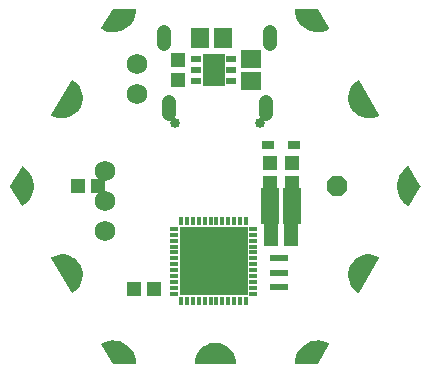
<source format=gbr>
G04 EAGLE Gerber RS-274X export*
G75*
%MOMM*%
%FSLAX34Y34*%
%LPD*%
%INSoldermask Bottom*%
%IPPOS*%
%AMOC8*
5,1,8,0,0,1.08239X$1,22.5*%
G01*
%ADD10R,1.503200X1.703200*%
%ADD11R,1.303200X1.203200*%
%ADD12P,1.869504X8X22.500000*%
%ADD13C,1.727200*%
%ADD14R,1.203200X1.303200*%
%ADD15R,0.753200X0.457200*%
%ADD16R,0.457200X0.753200*%
%ADD17R,5.803200X5.803200*%
%ADD18R,1.603197X0.603200*%
%ADD19R,1.003200X0.703200*%
%ADD20C,0.853200*%
%ADD21C,1.211200*%
%ADD22R,1.703200X1.503200*%
%ADD23R,0.903200X0.603200*%
%ADD24R,1.953200X2.703200*%
%ADD25C,1.733200*%
%ADD26C,1.203200*%

G36*
X17029Y319D02*
X17029Y319D01*
X17058Y317D01*
X17125Y339D01*
X17195Y353D01*
X17219Y369D01*
X17247Y378D01*
X17300Y425D01*
X17359Y465D01*
X17375Y490D01*
X17397Y509D01*
X17428Y573D01*
X17466Y633D01*
X17471Y662D01*
X17483Y688D01*
X17492Y787D01*
X17499Y829D01*
X17496Y840D01*
X17498Y854D01*
X17266Y3652D01*
X17256Y3685D01*
X17252Y3733D01*
X16563Y6455D01*
X16548Y6486D01*
X16536Y6533D01*
X15408Y9104D01*
X15388Y9132D01*
X15369Y9177D01*
X13833Y11527D01*
X13809Y11552D01*
X13783Y11592D01*
X11881Y13658D01*
X11853Y13678D01*
X11820Y13714D01*
X9605Y15438D01*
X9574Y15454D01*
X9536Y15483D01*
X7066Y16820D01*
X7033Y16830D01*
X6991Y16853D01*
X5805Y17260D01*
X4351Y17759D01*
X4335Y17765D01*
X4301Y17769D01*
X4255Y17785D01*
X1486Y18247D01*
X1451Y18246D01*
X1404Y18254D01*
X-1404Y18254D01*
X-1438Y18247D01*
X-1486Y18247D01*
X-4255Y17785D01*
X-4288Y17772D01*
X-4335Y17765D01*
X-6991Y16853D01*
X-7021Y16835D01*
X-7066Y16820D01*
X-9536Y15483D01*
X-9562Y15461D01*
X-9605Y15438D01*
X-11820Y13714D01*
X-11843Y13687D01*
X-11881Y13658D01*
X-13783Y11592D01*
X-13801Y11563D01*
X-13833Y11527D01*
X-15369Y9177D01*
X-15382Y9144D01*
X-15408Y9104D01*
X-16536Y6533D01*
X-16543Y6499D01*
X-16546Y6493D01*
X-16552Y6484D01*
X-16553Y6478D01*
X-16563Y6455D01*
X-17252Y3733D01*
X-17254Y3698D01*
X-17266Y3652D01*
X-17498Y854D01*
X-17494Y825D01*
X-17499Y796D01*
X-17483Y727D01*
X-17474Y656D01*
X-17460Y631D01*
X-17453Y603D01*
X-17411Y545D01*
X-17376Y484D01*
X-17352Y466D01*
X-17335Y442D01*
X-17274Y406D01*
X-17217Y363D01*
X-17189Y356D01*
X-17164Y341D01*
X-17066Y324D01*
X-17025Y314D01*
X-17014Y316D01*
X-17000Y313D01*
X17000Y313D01*
X17029Y319D01*
G37*
G36*
X-121393Y60622D02*
X-121393Y60622D01*
X-121322Y60619D01*
X-121295Y60630D01*
X-121266Y60632D01*
X-121176Y60674D01*
X-121136Y60689D01*
X-121128Y60697D01*
X-121115Y60702D01*
X-118812Y62302D01*
X-118788Y62327D01*
X-118748Y62354D01*
X-116739Y64311D01*
X-116720Y64340D01*
X-116685Y64374D01*
X-115026Y66634D01*
X-115011Y66666D01*
X-114982Y66705D01*
X-113718Y69208D01*
X-113709Y69241D01*
X-113687Y69284D01*
X-112851Y71961D01*
X-112848Y71996D01*
X-112833Y72042D01*
X-112450Y74820D01*
X-112452Y74855D01*
X-112446Y74902D01*
X-112525Y77706D01*
X-112533Y77740D01*
X-112534Y77788D01*
X-113073Y80540D01*
X-113087Y80572D01*
X-113096Y80619D01*
X-114081Y83245D01*
X-114096Y83270D01*
X-114101Y83289D01*
X-114109Y83300D01*
X-114116Y83319D01*
X-115520Y85747D01*
X-115543Y85773D01*
X-115567Y85815D01*
X-117351Y87979D01*
X-117378Y88000D01*
X-117409Y88038D01*
X-119525Y89878D01*
X-119555Y89895D01*
X-119591Y89927D01*
X-121982Y91394D01*
X-122014Y91406D01*
X-122055Y91431D01*
X-124654Y92485D01*
X-124688Y92491D01*
X-124733Y92509D01*
X-127470Y93121D01*
X-127505Y93122D01*
X-127552Y93132D01*
X-130352Y93285D01*
X-130386Y93280D01*
X-130434Y93283D01*
X-133222Y92972D01*
X-133255Y92962D01*
X-133303Y92956D01*
X-136001Y92191D01*
X-136031Y92176D01*
X-136078Y92162D01*
X-138613Y90964D01*
X-138637Y90946D01*
X-138664Y90936D01*
X-138716Y90887D01*
X-138773Y90845D01*
X-138787Y90820D01*
X-138809Y90800D01*
X-138837Y90734D01*
X-138873Y90673D01*
X-138876Y90644D01*
X-138888Y90617D01*
X-138889Y90546D01*
X-138898Y90476D01*
X-138890Y90448D01*
X-138890Y90418D01*
X-138856Y90326D01*
X-138844Y90284D01*
X-138837Y90276D01*
X-138832Y90263D01*
X-121832Y60863D01*
X-121813Y60841D01*
X-121800Y60814D01*
X-121747Y60767D01*
X-121700Y60714D01*
X-121674Y60701D01*
X-121652Y60682D01*
X-121585Y60659D01*
X-121521Y60628D01*
X-121492Y60627D01*
X-121464Y60617D01*
X-121393Y60622D01*
G37*
G36*
X130386Y208345D02*
X130386Y208345D01*
X130434Y208343D01*
X133222Y208653D01*
X133255Y208663D01*
X133303Y208669D01*
X136001Y209434D01*
X136031Y209450D01*
X136078Y209463D01*
X138613Y210661D01*
X138637Y210679D01*
X138664Y210689D01*
X138716Y210738D01*
X138773Y210780D01*
X138787Y210805D01*
X138809Y210825D01*
X138837Y210891D01*
X138873Y210952D01*
X138876Y210981D01*
X138888Y211008D01*
X138889Y211079D01*
X138898Y211149D01*
X138890Y211177D01*
X138890Y211207D01*
X138856Y211299D01*
X138844Y211341D01*
X138837Y211350D01*
X138832Y211362D01*
X121832Y240762D01*
X121813Y240784D01*
X121800Y240811D01*
X121747Y240858D01*
X121700Y240911D01*
X121674Y240924D01*
X121652Y240943D01*
X121585Y240966D01*
X121521Y240997D01*
X121492Y240998D01*
X121464Y241008D01*
X121393Y241003D01*
X121322Y241006D01*
X121295Y240995D01*
X121266Y240993D01*
X121176Y240951D01*
X121136Y240936D01*
X121128Y240929D01*
X121115Y240923D01*
X118812Y239323D01*
X118788Y239298D01*
X118748Y239271D01*
X116739Y237314D01*
X116720Y237285D01*
X116685Y237251D01*
X115026Y234991D01*
X115011Y234959D01*
X114982Y234920D01*
X113718Y232417D01*
X113709Y232384D01*
X113687Y232341D01*
X112851Y229664D01*
X112848Y229629D01*
X112833Y229583D01*
X112450Y226805D01*
X112452Y226770D01*
X112446Y226723D01*
X112525Y223919D01*
X112533Y223885D01*
X112534Y223837D01*
X113073Y221085D01*
X113087Y221053D01*
X113096Y221006D01*
X114081Y218380D01*
X114099Y218351D01*
X114116Y218306D01*
X115520Y215878D01*
X115543Y215852D01*
X115567Y215810D01*
X117351Y213646D01*
X117378Y213625D01*
X117409Y213587D01*
X119525Y211747D01*
X119555Y211730D01*
X119591Y211698D01*
X121982Y210231D01*
X122014Y210219D01*
X122055Y210194D01*
X124654Y209140D01*
X124688Y209134D01*
X124733Y209116D01*
X127470Y208504D01*
X127505Y208503D01*
X127552Y208493D01*
X130352Y208340D01*
X130386Y208345D01*
G37*
G36*
X121426Y60623D02*
X121426Y60623D01*
X121497Y60623D01*
X121524Y60634D01*
X121553Y60637D01*
X121615Y60672D01*
X121680Y60699D01*
X121701Y60720D01*
X121726Y60734D01*
X121789Y60811D01*
X121819Y60841D01*
X121823Y60852D01*
X121832Y60863D01*
X138832Y90263D01*
X138841Y90290D01*
X138858Y90314D01*
X138873Y90384D01*
X138895Y90451D01*
X138893Y90480D01*
X138899Y90509D01*
X138886Y90579D01*
X138880Y90649D01*
X138867Y90675D01*
X138861Y90704D01*
X138821Y90763D01*
X138789Y90826D01*
X138766Y90845D01*
X138750Y90869D01*
X138668Y90926D01*
X138635Y90953D01*
X138625Y90956D01*
X138613Y90964D01*
X136078Y92162D01*
X136044Y92171D01*
X136001Y92191D01*
X133303Y92956D01*
X133268Y92959D01*
X133222Y92972D01*
X130434Y93283D01*
X130400Y93279D01*
X130352Y93285D01*
X127552Y93132D01*
X127518Y93123D01*
X127470Y93121D01*
X124733Y92509D01*
X124701Y92495D01*
X124654Y92485D01*
X122055Y91431D01*
X122026Y91412D01*
X121982Y91394D01*
X119591Y89927D01*
X119566Y89903D01*
X119525Y89878D01*
X117409Y88038D01*
X117388Y88010D01*
X117351Y87979D01*
X115567Y85815D01*
X115551Y85784D01*
X115520Y85747D01*
X114116Y83319D01*
X114105Y83287D01*
X114098Y83274D01*
X114088Y83259D01*
X114088Y83257D01*
X114081Y83245D01*
X113096Y80619D01*
X113090Y80585D01*
X113073Y80540D01*
X112534Y77788D01*
X112534Y77753D01*
X112525Y77706D01*
X112446Y74902D01*
X112452Y74868D01*
X112450Y74820D01*
X112833Y72042D01*
X112845Y72009D01*
X112851Y71961D01*
X113687Y69284D01*
X113704Y69254D01*
X113718Y69208D01*
X114982Y66705D01*
X115004Y66677D01*
X115026Y66634D01*
X116685Y64374D01*
X116711Y64350D01*
X116739Y64311D01*
X118748Y62354D01*
X118777Y62336D01*
X118812Y62302D01*
X121115Y60702D01*
X121142Y60691D01*
X121165Y60672D01*
X121233Y60652D01*
X121298Y60624D01*
X121327Y60624D01*
X121355Y60615D01*
X121426Y60623D01*
G37*
G36*
X-127552Y208493D02*
X-127552Y208493D01*
X-127518Y208502D01*
X-127470Y208504D01*
X-124733Y209116D01*
X-124701Y209130D01*
X-124654Y209140D01*
X-122055Y210194D01*
X-122026Y210213D01*
X-121982Y210231D01*
X-119591Y211698D01*
X-119566Y211722D01*
X-119525Y211747D01*
X-117409Y213587D01*
X-117388Y213615D01*
X-117351Y213646D01*
X-115567Y215810D01*
X-115551Y215841D01*
X-115520Y215878D01*
X-114116Y218306D01*
X-114105Y218338D01*
X-114081Y218380D01*
X-113096Y221006D01*
X-113090Y221040D01*
X-113073Y221085D01*
X-112534Y223837D01*
X-112534Y223872D01*
X-112525Y223919D01*
X-112446Y226723D01*
X-112452Y226757D01*
X-112450Y226805D01*
X-112833Y229583D01*
X-112845Y229616D01*
X-112851Y229664D01*
X-113687Y232341D01*
X-113704Y232371D01*
X-113718Y232417D01*
X-114982Y234920D01*
X-115004Y234948D01*
X-115026Y234991D01*
X-116685Y237251D01*
X-116711Y237275D01*
X-116739Y237314D01*
X-118748Y239271D01*
X-118777Y239289D01*
X-118812Y239323D01*
X-121115Y240923D01*
X-121142Y240934D01*
X-121165Y240953D01*
X-121233Y240973D01*
X-121298Y241001D01*
X-121327Y241001D01*
X-121355Y241010D01*
X-121426Y241002D01*
X-121497Y241002D01*
X-121524Y240991D01*
X-121553Y240988D01*
X-121615Y240953D01*
X-121680Y240926D01*
X-121701Y240905D01*
X-121726Y240891D01*
X-121789Y240814D01*
X-121819Y240784D01*
X-121823Y240773D01*
X-121832Y240762D01*
X-138832Y211362D01*
X-138841Y211335D01*
X-138858Y211311D01*
X-138873Y211241D01*
X-138895Y211174D01*
X-138893Y211145D01*
X-138899Y211116D01*
X-138886Y211046D01*
X-138880Y210976D01*
X-138867Y210950D01*
X-138861Y210921D01*
X-138821Y210862D01*
X-138789Y210799D01*
X-138766Y210780D01*
X-138750Y210756D01*
X-138668Y210699D01*
X-138635Y210672D01*
X-138625Y210669D01*
X-138613Y210661D01*
X-136078Y209463D01*
X-136044Y209454D01*
X-136001Y209434D01*
X-133303Y208669D01*
X-133268Y208666D01*
X-133222Y208653D01*
X-130434Y208343D01*
X-130400Y208346D01*
X-130352Y208340D01*
X-127552Y208493D01*
G37*
G36*
X163727Y133823D02*
X163727Y133823D01*
X163798Y133823D01*
X163825Y133834D01*
X163854Y133837D01*
X163916Y133873D01*
X163981Y133900D01*
X164002Y133921D01*
X164027Y133935D01*
X164090Y134012D01*
X164120Y134043D01*
X164124Y134053D01*
X164133Y134063D01*
X173633Y150563D01*
X173643Y150595D01*
X173652Y150608D01*
X173656Y150633D01*
X173657Y150636D01*
X173688Y150707D01*
X173688Y150730D01*
X173696Y150752D01*
X173690Y150829D01*
X173691Y150906D01*
X173681Y150930D01*
X173680Y150950D01*
X173659Y150990D01*
X173633Y151062D01*
X164133Y167562D01*
X164114Y167583D01*
X164101Y167610D01*
X164048Y167657D01*
X164001Y167711D01*
X163975Y167723D01*
X163954Y167743D01*
X163886Y167766D01*
X163822Y167797D01*
X163793Y167798D01*
X163766Y167807D01*
X163694Y167803D01*
X163623Y167806D01*
X163596Y167796D01*
X163567Y167794D01*
X163477Y167751D01*
X163437Y167737D01*
X163429Y167729D01*
X163416Y167723D01*
X160893Y165982D01*
X160869Y165957D01*
X160831Y165931D01*
X158619Y163807D01*
X158600Y163779D01*
X158566Y163747D01*
X156724Y161295D01*
X156710Y161265D01*
X156681Y161227D01*
X155256Y158512D01*
X155247Y158481D01*
X155231Y158456D01*
X155230Y158448D01*
X155225Y158439D01*
X154254Y155530D01*
X154250Y155496D01*
X154235Y155452D01*
X153743Y152426D01*
X153744Y152392D01*
X153736Y152346D01*
X153736Y149279D01*
X153737Y149276D01*
X153737Y149273D01*
X153743Y149247D01*
X153743Y149246D01*
X153743Y149199D01*
X154235Y146173D01*
X154247Y146141D01*
X154254Y146095D01*
X155225Y143186D01*
X155242Y143157D01*
X155256Y143113D01*
X156681Y140398D01*
X156703Y140371D01*
X156724Y140330D01*
X158566Y137878D01*
X158591Y137856D01*
X158619Y137818D01*
X160831Y135694D01*
X160859Y135676D01*
X160893Y135643D01*
X163416Y133902D01*
X163443Y133890D01*
X163465Y133872D01*
X163534Y133852D01*
X163599Y133824D01*
X163628Y133823D01*
X163656Y133815D01*
X163727Y133823D01*
G37*
G36*
X-163694Y133822D02*
X-163694Y133822D01*
X-163623Y133819D01*
X-163596Y133829D01*
X-163567Y133831D01*
X-163477Y133874D01*
X-163437Y133888D01*
X-163429Y133896D01*
X-163416Y133902D01*
X-160893Y135643D01*
X-160869Y135668D01*
X-160831Y135694D01*
X-158619Y137818D01*
X-158600Y137846D01*
X-158566Y137878D01*
X-156724Y140330D01*
X-156710Y140360D01*
X-156681Y140398D01*
X-155256Y143113D01*
X-155247Y143145D01*
X-155225Y143186D01*
X-154254Y146095D01*
X-154250Y146129D01*
X-154235Y146173D01*
X-153743Y149199D01*
X-153744Y149233D01*
X-153736Y149279D01*
X-153736Y152346D01*
X-153743Y152379D01*
X-153743Y152426D01*
X-154235Y155452D01*
X-154247Y155484D01*
X-154254Y155530D01*
X-155225Y158439D01*
X-155238Y158462D01*
X-155244Y158486D01*
X-155251Y158495D01*
X-155256Y158512D01*
X-156681Y161227D01*
X-156703Y161254D01*
X-156724Y161295D01*
X-158566Y163747D01*
X-158591Y163769D01*
X-158619Y163807D01*
X-160831Y165931D01*
X-160859Y165949D01*
X-160893Y165982D01*
X-163416Y167723D01*
X-163443Y167735D01*
X-163465Y167753D01*
X-163534Y167774D01*
X-163599Y167801D01*
X-163628Y167802D01*
X-163656Y167810D01*
X-163727Y167802D01*
X-163798Y167802D01*
X-163825Y167791D01*
X-163854Y167788D01*
X-163916Y167753D01*
X-163981Y167725D01*
X-164002Y167704D01*
X-164027Y167690D01*
X-164090Y167613D01*
X-164120Y167582D01*
X-164124Y167572D01*
X-164133Y167562D01*
X-173633Y151062D01*
X-173657Y150989D01*
X-173688Y150918D01*
X-173688Y150895D01*
X-173696Y150873D01*
X-173690Y150796D01*
X-173691Y150719D01*
X-173681Y150695D01*
X-173680Y150675D01*
X-173659Y150635D01*
X-173640Y150583D01*
X-173639Y150578D01*
X-173637Y150576D01*
X-173633Y150563D01*
X-164133Y134063D01*
X-164114Y134042D01*
X-164101Y134015D01*
X-164048Y133968D01*
X-164001Y133914D01*
X-163975Y133902D01*
X-163954Y133882D01*
X-163886Y133859D01*
X-163822Y133828D01*
X-163793Y133827D01*
X-163766Y133818D01*
X-163694Y133822D01*
G37*
G36*
X86676Y329D02*
X86676Y329D01*
X86754Y337D01*
X86773Y348D01*
X86795Y353D01*
X86859Y397D01*
X86927Y435D01*
X86943Y454D01*
X86959Y465D01*
X86983Y503D01*
X87033Y563D01*
X96533Y17063D01*
X96542Y17091D01*
X96558Y17114D01*
X96573Y17184D01*
X96596Y17252D01*
X96593Y17281D01*
X96599Y17309D01*
X96586Y17379D01*
X96580Y17450D01*
X96567Y17476D01*
X96561Y17504D01*
X96521Y17563D01*
X96488Y17627D01*
X96466Y17645D01*
X96450Y17669D01*
X96367Y17726D01*
X96335Y17753D01*
X96324Y17756D01*
X96314Y17764D01*
X93548Y19072D01*
X93515Y19080D01*
X93472Y19101D01*
X90532Y19948D01*
X90498Y19951D01*
X90454Y19964D01*
X87416Y20330D01*
X87382Y20327D01*
X87335Y20333D01*
X84278Y20206D01*
X84245Y20198D01*
X84198Y20196D01*
X81201Y19580D01*
X81170Y19567D01*
X81124Y19558D01*
X78264Y18470D01*
X78236Y18451D01*
X78192Y18435D01*
X75544Y16902D01*
X75518Y16879D01*
X75478Y16856D01*
X73110Y14918D01*
X73088Y14892D01*
X73052Y14862D01*
X71025Y12570D01*
X71009Y12540D01*
X70977Y12505D01*
X69345Y9917D01*
X69333Y9886D01*
X69308Y9846D01*
X68112Y7030D01*
X68105Y6996D01*
X68102Y6990D01*
X68098Y6983D01*
X68097Y6978D01*
X68086Y6953D01*
X67358Y3982D01*
X67356Y3948D01*
X67345Y3902D01*
X67102Y852D01*
X67106Y824D01*
X67101Y796D01*
X67118Y726D01*
X67126Y655D01*
X67141Y630D01*
X67147Y603D01*
X67190Y545D01*
X67226Y482D01*
X67248Y465D01*
X67265Y442D01*
X67327Y406D01*
X67384Y362D01*
X67412Y355D01*
X67436Y341D01*
X67536Y324D01*
X67577Y314D01*
X67587Y315D01*
X67600Y313D01*
X86600Y313D01*
X86676Y329D01*
G37*
G36*
X87369Y281298D02*
X87369Y281298D01*
X87416Y281295D01*
X90454Y281661D01*
X90486Y281671D01*
X90532Y281677D01*
X93472Y282524D01*
X93502Y282540D01*
X93548Y282553D01*
X96314Y283861D01*
X96336Y283878D01*
X96363Y283888D01*
X96415Y283937D01*
X96473Y283980D01*
X96487Y284005D01*
X96508Y284025D01*
X96537Y284090D01*
X96573Y284152D01*
X96576Y284181D01*
X96588Y284207D01*
X96589Y284279D01*
X96598Y284349D01*
X96590Y284377D01*
X96591Y284406D01*
X96555Y284500D01*
X96544Y284541D01*
X96537Y284549D01*
X96533Y284562D01*
X87033Y301062D01*
X86981Y301120D01*
X86935Y301183D01*
X86916Y301194D01*
X86901Y301211D01*
X86831Y301244D01*
X86764Y301284D01*
X86740Y301288D01*
X86722Y301297D01*
X86677Y301299D01*
X86600Y301312D01*
X67600Y301312D01*
X67572Y301306D01*
X67544Y301309D01*
X67476Y301286D01*
X67405Y301272D01*
X67382Y301256D01*
X67355Y301247D01*
X67300Y301200D01*
X67241Y301160D01*
X67226Y301136D01*
X67205Y301117D01*
X67173Y301053D01*
X67134Y300992D01*
X67129Y300964D01*
X67117Y300939D01*
X67108Y300837D01*
X67101Y300796D01*
X67103Y300786D01*
X67102Y300773D01*
X67345Y297723D01*
X67354Y297690D01*
X67358Y297643D01*
X68086Y294672D01*
X68101Y294641D01*
X68112Y294595D01*
X69308Y291779D01*
X69327Y291751D01*
X69345Y291708D01*
X70977Y289120D01*
X71001Y289095D01*
X71025Y289055D01*
X73052Y286763D01*
X73079Y286742D01*
X73110Y286707D01*
X75478Y284769D01*
X75508Y284753D01*
X75544Y284723D01*
X78192Y283190D01*
X78224Y283179D01*
X78264Y283155D01*
X81124Y282067D01*
X81157Y282061D01*
X81201Y282045D01*
X84198Y281429D01*
X84232Y281429D01*
X84278Y281419D01*
X87335Y281292D01*
X87369Y281298D01*
G37*
G36*
X-67572Y319D02*
X-67572Y319D01*
X-67544Y316D01*
X-67476Y339D01*
X-67405Y353D01*
X-67382Y369D01*
X-67355Y378D01*
X-67300Y425D01*
X-67241Y465D01*
X-67226Y489D01*
X-67205Y508D01*
X-67173Y572D01*
X-67134Y633D01*
X-67129Y661D01*
X-67117Y686D01*
X-67108Y788D01*
X-67101Y829D01*
X-67103Y839D01*
X-67102Y852D01*
X-67345Y3902D01*
X-67354Y3935D01*
X-67358Y3982D01*
X-68086Y6953D01*
X-68101Y6984D01*
X-68112Y7030D01*
X-69308Y9846D01*
X-69327Y9874D01*
X-69345Y9917D01*
X-70977Y12505D01*
X-71001Y12530D01*
X-71025Y12570D01*
X-73052Y14862D01*
X-73079Y14883D01*
X-73110Y14918D01*
X-75478Y16856D01*
X-75508Y16872D01*
X-75544Y16902D01*
X-78192Y18435D01*
X-78224Y18446D01*
X-78264Y18470D01*
X-81124Y19558D01*
X-81157Y19564D01*
X-81201Y19580D01*
X-84198Y20196D01*
X-84232Y20196D01*
X-84278Y20206D01*
X-87335Y20333D01*
X-87369Y20327D01*
X-87416Y20330D01*
X-90454Y19964D01*
X-90486Y19954D01*
X-90532Y19948D01*
X-93472Y19101D01*
X-93502Y19085D01*
X-93548Y19072D01*
X-96314Y17764D01*
X-96336Y17747D01*
X-96363Y17737D01*
X-96415Y17688D01*
X-96473Y17645D01*
X-96487Y17620D01*
X-96508Y17600D01*
X-96537Y17535D01*
X-96573Y17473D01*
X-96576Y17445D01*
X-96588Y17418D01*
X-96589Y17346D01*
X-96598Y17276D01*
X-96590Y17248D01*
X-96591Y17219D01*
X-96555Y17125D01*
X-96544Y17084D01*
X-96537Y17076D01*
X-96533Y17063D01*
X-87033Y563D01*
X-86981Y505D01*
X-86935Y442D01*
X-86916Y431D01*
X-86901Y414D01*
X-86831Y381D01*
X-86764Y341D01*
X-86740Y337D01*
X-86722Y328D01*
X-86677Y326D01*
X-86600Y313D01*
X-67600Y313D01*
X-67572Y319D01*
G37*
G36*
X-84278Y281419D02*
X-84278Y281419D01*
X-84245Y281427D01*
X-84198Y281429D01*
X-81201Y282045D01*
X-81170Y282058D01*
X-81124Y282067D01*
X-78264Y283155D01*
X-78236Y283174D01*
X-78192Y283190D01*
X-75544Y284723D01*
X-75518Y284746D01*
X-75478Y284769D01*
X-73110Y286707D01*
X-73088Y286733D01*
X-73052Y286763D01*
X-71025Y289055D01*
X-71009Y289085D01*
X-70977Y289120D01*
X-69345Y291708D01*
X-69333Y291740D01*
X-69308Y291779D01*
X-68112Y294595D01*
X-68105Y294629D01*
X-68086Y294672D01*
X-67358Y297643D01*
X-67356Y297677D01*
X-67345Y297723D01*
X-67102Y300773D01*
X-67106Y300801D01*
X-67101Y300829D01*
X-67118Y300899D01*
X-67126Y300970D01*
X-67141Y300995D01*
X-67147Y301022D01*
X-67190Y301080D01*
X-67226Y301143D01*
X-67248Y301160D01*
X-67265Y301183D01*
X-67327Y301219D01*
X-67384Y301263D01*
X-67412Y301270D01*
X-67436Y301284D01*
X-67536Y301301D01*
X-67577Y301311D01*
X-67587Y301310D01*
X-67600Y301312D01*
X-86600Y301312D01*
X-86676Y301296D01*
X-86754Y301288D01*
X-86773Y301277D01*
X-86795Y301272D01*
X-86859Y301228D01*
X-86927Y301190D01*
X-86943Y301171D01*
X-86959Y301160D01*
X-86983Y301122D01*
X-87033Y301062D01*
X-96533Y284562D01*
X-96542Y284534D01*
X-96558Y284511D01*
X-96573Y284441D01*
X-96596Y284373D01*
X-96593Y284345D01*
X-96599Y284316D01*
X-96586Y284246D01*
X-96580Y284175D01*
X-96567Y284149D01*
X-96561Y284121D01*
X-96521Y284062D01*
X-96488Y283998D01*
X-96466Y283980D01*
X-96450Y283956D01*
X-96367Y283899D01*
X-96335Y283872D01*
X-96324Y283869D01*
X-96314Y283861D01*
X-93548Y282553D01*
X-93515Y282545D01*
X-93472Y282524D01*
X-90532Y281677D01*
X-90498Y281674D01*
X-90454Y281661D01*
X-87416Y281295D01*
X-87382Y281298D01*
X-87335Y281292D01*
X-84278Y281419D01*
G37*
D10*
X46063Y127000D03*
X65063Y127000D03*
D11*
X47063Y115888D03*
X64063Y115888D03*
X47063Y106363D03*
X64063Y106363D03*
D10*
X46063Y141288D03*
X65063Y141288D03*
D11*
X46038Y153425D03*
X46038Y170425D03*
D12*
X103188Y150813D03*
D13*
X-93663Y163513D03*
X-93663Y138113D03*
X-93663Y112713D03*
D14*
X-51825Y63500D03*
X-68825Y63500D03*
D11*
X65088Y170425D03*
X65088Y153425D03*
D14*
X-116450Y150813D03*
X-99450Y150813D03*
D15*
X32213Y114820D03*
X32213Y109819D03*
X32213Y104817D03*
X32213Y99816D03*
X32213Y94815D03*
X32213Y89814D03*
X32213Y84812D03*
X32213Y79811D03*
X32213Y74810D03*
X32213Y69809D03*
X32213Y64807D03*
X32213Y59806D03*
D16*
X25920Y53513D03*
X20919Y53513D03*
X15917Y53513D03*
X10916Y53513D03*
X5915Y53513D03*
X914Y53513D03*
X-4089Y53513D03*
X-9090Y53513D03*
X-14091Y53513D03*
X-19092Y53513D03*
X-24094Y53513D03*
X-29095Y53513D03*
D15*
X-35388Y59806D03*
X-35388Y64807D03*
X-35388Y69809D03*
X-35388Y74810D03*
X-35388Y79811D03*
X-35388Y84812D03*
X-35388Y89814D03*
X-35388Y94815D03*
X-35388Y99816D03*
X-35388Y104817D03*
X-35388Y109819D03*
X-35388Y114820D03*
D16*
X-29095Y121113D03*
X-24094Y121113D03*
X-19092Y121113D03*
X-14091Y121113D03*
X-9090Y121113D03*
X-4089Y121113D03*
X914Y121113D03*
X5915Y121113D03*
X10916Y121113D03*
X15917Y121113D03*
X20919Y121113D03*
X25920Y121113D03*
D17*
X-1588Y87313D03*
D18*
X53975Y65788D03*
X53975Y77788D03*
X53975Y89787D03*
D19*
X66563Y185738D03*
X44563Y185738D03*
D20*
X37588Y204788D03*
X-34413Y204788D03*
D21*
X42888Y212248D02*
X42888Y222328D01*
X-39713Y222328D02*
X-39713Y212248D01*
X-43313Y271748D02*
X-43313Y281828D01*
X46488Y281828D02*
X46488Y271748D01*
D10*
X6325Y276225D03*
X-12675Y276225D03*
D22*
X30163Y239738D03*
X30163Y258738D03*
D23*
X13413Y258738D03*
X13413Y249238D03*
X13413Y239738D03*
X-16588Y239738D03*
X-16588Y249238D03*
X-16588Y258738D03*
D24*
X-1588Y249238D03*
D11*
X-31750Y240738D03*
X-31750Y257738D03*
D25*
X-66675Y254000D03*
X-66675Y228600D03*
D26*
X82600Y293913D03*
X165200Y150813D03*
X82600Y7713D03*
X-82600Y7713D03*
X-165200Y150813D03*
X-82600Y293913D03*
X123900Y222313D03*
X123900Y79313D03*
X0Y7713D03*
X-123900Y79313D03*
X-123900Y222313D03*
M02*

</source>
